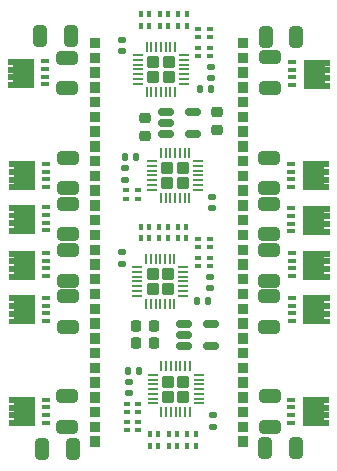
<source format=gbr>
%TF.GenerationSoftware,KiCad,Pcbnew,7.0.2*%
%TF.CreationDate,2023-05-24T20:20:14+03:00*%
%TF.ProjectId,Slimmeri_GD32,536c696d-6d65-4726-995f-474433322e6b,rev?*%
%TF.SameCoordinates,Original*%
%TF.FileFunction,Paste,Top*%
%TF.FilePolarity,Positive*%
%FSLAX46Y46*%
G04 Gerber Fmt 4.6, Leading zero omitted, Abs format (unit mm)*
G04 Created by KiCad (PCBNEW 7.0.2) date 2023-05-24 20:20:14*
%MOMM*%
%LPD*%
G01*
G04 APERTURE LIST*
G04 Aperture macros list*
%AMRoundRect*
0 Rectangle with rounded corners*
0 $1 Rounding radius*
0 $2 $3 $4 $5 $6 $7 $8 $9 X,Y pos of 4 corners*
0 Add a 4 corners polygon primitive as box body*
4,1,4,$2,$3,$4,$5,$6,$7,$8,$9,$2,$3,0*
0 Add four circle primitives for the rounded corners*
1,1,$1+$1,$2,$3*
1,1,$1+$1,$4,$5*
1,1,$1+$1,$6,$7*
1,1,$1+$1,$8,$9*
0 Add four rect primitives between the rounded corners*
20,1,$1+$1,$2,$3,$4,$5,0*
20,1,$1+$1,$4,$5,$6,$7,0*
20,1,$1+$1,$6,$7,$8,$9,0*
20,1,$1+$1,$8,$9,$2,$3,0*%
G04 Aperture macros list end*
%ADD10C,0.010000*%
%ADD11C,0.120000*%
%ADD12R,0.400000X0.500000*%
%ADD13R,0.700000X0.420000*%
%ADD14RoundRect,0.250000X-0.650000X0.325000X-0.650000X-0.325000X0.650000X-0.325000X0.650000X0.325000X0*%
%ADD15R,0.500000X0.400000*%
%ADD16RoundRect,0.225000X0.225000X0.250000X-0.225000X0.250000X-0.225000X-0.250000X0.225000X-0.250000X0*%
%ADD17RoundRect,0.140000X0.170000X-0.140000X0.170000X0.140000X-0.170000X0.140000X-0.170000X-0.140000X0*%
%ADD18RoundRect,0.250000X0.650000X-0.325000X0.650000X0.325000X-0.650000X0.325000X-0.650000X-0.325000X0*%
%ADD19RoundRect,0.140000X-0.170000X0.140000X-0.170000X-0.140000X0.170000X-0.140000X0.170000X0.140000X0*%
%ADD20RoundRect,0.050000X-0.050000X-0.387500X0.050000X-0.387500X0.050000X0.387500X-0.050000X0.387500X0*%
%ADD21RoundRect,0.050000X-0.387500X-0.050000X0.387500X-0.050000X0.387500X0.050000X-0.387500X0.050000X0*%
%ADD22RoundRect,0.250000X-0.275000X-0.275000X0.275000X-0.275000X0.275000X0.275000X-0.275000X0.275000X0*%
%ADD23RoundRect,0.250000X0.325000X0.650000X-0.325000X0.650000X-0.325000X-0.650000X0.325000X-0.650000X0*%
%ADD24RoundRect,0.140000X-0.140000X-0.170000X0.140000X-0.170000X0.140000X0.170000X-0.140000X0.170000X0*%
%ADD25RoundRect,0.250000X-0.325000X-0.650000X0.325000X-0.650000X0.325000X0.650000X-0.325000X0.650000X0*%
%ADD26RoundRect,0.150000X-0.512500X-0.150000X0.512500X-0.150000X0.512500X0.150000X-0.512500X0.150000X0*%
%ADD27RoundRect,0.050000X0.050000X0.387500X-0.050000X0.387500X-0.050000X-0.387500X0.050000X-0.387500X0*%
%ADD28RoundRect,0.050000X0.387500X0.050000X-0.387500X0.050000X-0.387500X-0.050000X0.387500X-0.050000X0*%
%ADD29RoundRect,0.250000X0.275000X0.275000X-0.275000X0.275000X-0.275000X-0.275000X0.275000X-0.275000X0*%
%ADD30RoundRect,0.140000X0.140000X0.170000X-0.140000X0.170000X-0.140000X-0.170000X0.140000X-0.170000X0*%
%ADD31RoundRect,0.225000X-0.250000X0.225000X-0.250000X-0.225000X0.250000X-0.225000X0.250000X0.225000X0*%
G04 APERTURE END LIST*
%TO.C,Q14*%
D10*
X149050000Y-72335000D02*
X148600000Y-72335000D01*
X148600000Y-72565000D01*
X149050000Y-72565000D01*
X149050000Y-72985000D01*
X148600000Y-72985000D01*
X148600000Y-73215000D01*
X149050000Y-73215000D01*
X149050000Y-73635000D01*
X148600000Y-73635000D01*
X148600000Y-73865000D01*
X149050000Y-73865000D01*
X149050000Y-74285000D01*
X146900000Y-74285000D01*
X146900000Y-71915000D01*
X149050000Y-71915000D01*
X149050000Y-72335000D01*
G36*
X149050000Y-72335000D02*
G01*
X148600000Y-72335000D01*
X148600000Y-72565000D01*
X149050000Y-72565000D01*
X149050000Y-72985000D01*
X148600000Y-72985000D01*
X148600000Y-73215000D01*
X149050000Y-73215000D01*
X149050000Y-73635000D01*
X148600000Y-73635000D01*
X148600000Y-73865000D01*
X149050000Y-73865000D01*
X149050000Y-74285000D01*
X146900000Y-74285000D01*
X146900000Y-71915000D01*
X149050000Y-71915000D01*
X149050000Y-72335000D01*
G37*
%TO.C,Q10*%
X124112500Y-70535000D02*
X121962500Y-70535000D01*
X121962500Y-70115000D01*
X122412500Y-70115000D01*
X122412500Y-69885000D01*
X121962500Y-69885000D01*
X121962500Y-69465000D01*
X122412500Y-69465000D01*
X122412500Y-69235000D01*
X121962500Y-69235000D01*
X121962500Y-68815000D01*
X122412500Y-68815000D01*
X122412500Y-68585000D01*
X121962500Y-68585000D01*
X121962500Y-68165000D01*
X124112500Y-68165000D01*
X124112500Y-70535000D01*
G36*
X124112500Y-70535000D02*
G01*
X121962500Y-70535000D01*
X121962500Y-70115000D01*
X122412500Y-70115000D01*
X122412500Y-69885000D01*
X121962500Y-69885000D01*
X121962500Y-69465000D01*
X122412500Y-69465000D01*
X122412500Y-69235000D01*
X121962500Y-69235000D01*
X121962500Y-68815000D01*
X122412500Y-68815000D01*
X122412500Y-68585000D01*
X121962500Y-68585000D01*
X121962500Y-68165000D01*
X124112500Y-68165000D01*
X124112500Y-70535000D01*
G37*
%TO.C,Q18*%
X149075000Y-59960000D02*
X148625000Y-59960000D01*
X148625000Y-60190000D01*
X149075000Y-60190000D01*
X149075000Y-60610000D01*
X148625000Y-60610000D01*
X148625000Y-60840000D01*
X149075000Y-60840000D01*
X149075000Y-61260000D01*
X148625000Y-61260000D01*
X148625000Y-61490000D01*
X149075000Y-61490000D01*
X149075000Y-61910000D01*
X146925000Y-61910000D01*
X146925000Y-59540000D01*
X149075000Y-59540000D01*
X149075000Y-59960000D01*
G36*
X149075000Y-59960000D02*
G01*
X148625000Y-59960000D01*
X148625000Y-60190000D01*
X149075000Y-60190000D01*
X149075000Y-60610000D01*
X148625000Y-60610000D01*
X148625000Y-60840000D01*
X149075000Y-60840000D01*
X149075000Y-61260000D01*
X148625000Y-61260000D01*
X148625000Y-61490000D01*
X149075000Y-61490000D01*
X149075000Y-61910000D01*
X146925000Y-61910000D01*
X146925000Y-59540000D01*
X149075000Y-59540000D01*
X149075000Y-59960000D01*
G37*
%TO.C,Q22*%
X149062500Y-79935000D02*
X148612500Y-79935000D01*
X148612500Y-80165000D01*
X149062500Y-80165000D01*
X149062500Y-80585000D01*
X148612500Y-80585000D01*
X148612500Y-80815000D01*
X149062500Y-80815000D01*
X149062500Y-81235000D01*
X148612500Y-81235000D01*
X148612500Y-81465000D01*
X149062500Y-81465000D01*
X149062500Y-81885000D01*
X146912500Y-81885000D01*
X146912500Y-79515000D01*
X149062500Y-79515000D01*
X149062500Y-79935000D01*
G36*
X149062500Y-79935000D02*
G01*
X148612500Y-79935000D01*
X148612500Y-80165000D01*
X149062500Y-80165000D01*
X149062500Y-80585000D01*
X148612500Y-80585000D01*
X148612500Y-80815000D01*
X149062500Y-80815000D01*
X149062500Y-81235000D01*
X148612500Y-81235000D01*
X148612500Y-81465000D01*
X149062500Y-81465000D01*
X149062500Y-81885000D01*
X146912500Y-81885000D01*
X146912500Y-79515000D01*
X149062500Y-79515000D01*
X149062500Y-79935000D01*
G37*
D11*
%TO.C,TP11*%
X128850000Y-57700000D02*
X129650000Y-57700000D01*
X129650000Y-57700000D02*
X129650000Y-58500000D01*
X129650000Y-58500000D02*
X128850000Y-58500000D01*
X128850000Y-58500000D02*
X128850000Y-57700000D01*
G36*
X128850000Y-57700000D02*
G01*
X129650000Y-57700000D01*
X129650000Y-58500000D01*
X128850000Y-58500000D01*
X128850000Y-57700000D01*
G37*
X128850000Y-58950000D02*
X129650000Y-58950000D01*
X129650000Y-58950000D02*
X129650000Y-59750000D01*
X129650000Y-59750000D02*
X128850000Y-59750000D01*
X128850000Y-59750000D02*
X128850000Y-58950000D01*
G36*
X128850000Y-58950000D02*
G01*
X129650000Y-58950000D01*
X129650000Y-59750000D01*
X128850000Y-59750000D01*
X128850000Y-58950000D01*
G37*
X128850000Y-60200000D02*
X129650000Y-60200000D01*
X129650000Y-60200000D02*
X129650000Y-61000000D01*
X129650000Y-61000000D02*
X128850000Y-61000000D01*
X128850000Y-61000000D02*
X128850000Y-60200000D01*
G36*
X128850000Y-60200000D02*
G01*
X129650000Y-60200000D01*
X129650000Y-61000000D01*
X128850000Y-61000000D01*
X128850000Y-60200000D01*
G37*
X128850000Y-61450000D02*
X129650000Y-61450000D01*
X129650000Y-61450000D02*
X129650000Y-62250000D01*
X129650000Y-62250000D02*
X128850000Y-62250000D01*
X128850000Y-62250000D02*
X128850000Y-61450000D01*
G36*
X128850000Y-61450000D02*
G01*
X129650000Y-61450000D01*
X129650000Y-62250000D01*
X128850000Y-62250000D01*
X128850000Y-61450000D01*
G37*
X128850000Y-62700000D02*
X129650000Y-62700000D01*
X129650000Y-62700000D02*
X129650000Y-63500000D01*
X129650000Y-63500000D02*
X128850000Y-63500000D01*
X128850000Y-63500000D02*
X128850000Y-62700000D01*
G36*
X128850000Y-62700000D02*
G01*
X129650000Y-62700000D01*
X129650000Y-63500000D01*
X128850000Y-63500000D01*
X128850000Y-62700000D01*
G37*
X128850000Y-63950000D02*
X129650000Y-63950000D01*
X129650000Y-63950000D02*
X129650000Y-64750000D01*
X129650000Y-64750000D02*
X128850000Y-64750000D01*
X128850000Y-64750000D02*
X128850000Y-63950000D01*
G36*
X128850000Y-63950000D02*
G01*
X129650000Y-63950000D01*
X129650000Y-64750000D01*
X128850000Y-64750000D01*
X128850000Y-63950000D01*
G37*
X128850000Y-65200000D02*
X129650000Y-65200000D01*
X129650000Y-65200000D02*
X129650000Y-66000000D01*
X129650000Y-66000000D02*
X128850000Y-66000000D01*
X128850000Y-66000000D02*
X128850000Y-65200000D01*
G36*
X128850000Y-65200000D02*
G01*
X129650000Y-65200000D01*
X129650000Y-66000000D01*
X128850000Y-66000000D01*
X128850000Y-65200000D01*
G37*
X128850000Y-66450000D02*
X129650000Y-66450000D01*
X129650000Y-66450000D02*
X129650000Y-67250000D01*
X129650000Y-67250000D02*
X128850000Y-67250000D01*
X128850000Y-67250000D02*
X128850000Y-66450000D01*
G36*
X128850000Y-66450000D02*
G01*
X129650000Y-66450000D01*
X129650000Y-67250000D01*
X128850000Y-67250000D01*
X128850000Y-66450000D01*
G37*
X128850000Y-67700000D02*
X129650000Y-67700000D01*
X129650000Y-67700000D02*
X129650000Y-68500000D01*
X129650000Y-68500000D02*
X128850000Y-68500000D01*
X128850000Y-68500000D02*
X128850000Y-67700000D01*
G36*
X128850000Y-67700000D02*
G01*
X129650000Y-67700000D01*
X129650000Y-68500000D01*
X128850000Y-68500000D01*
X128850000Y-67700000D01*
G37*
X128850000Y-68950000D02*
X129650000Y-68950000D01*
X129650000Y-68950000D02*
X129650000Y-69750000D01*
X129650000Y-69750000D02*
X128850000Y-69750000D01*
X128850000Y-69750000D02*
X128850000Y-68950000D01*
G36*
X128850000Y-68950000D02*
G01*
X129650000Y-68950000D01*
X129650000Y-69750000D01*
X128850000Y-69750000D01*
X128850000Y-68950000D01*
G37*
X128850000Y-70200000D02*
X129650000Y-70200000D01*
X129650000Y-70200000D02*
X129650000Y-71000000D01*
X129650000Y-71000000D02*
X128850000Y-71000000D01*
X128850000Y-71000000D02*
X128850000Y-70200000D01*
G36*
X128850000Y-70200000D02*
G01*
X129650000Y-70200000D01*
X129650000Y-71000000D01*
X128850000Y-71000000D01*
X128850000Y-70200000D01*
G37*
X128850000Y-71450000D02*
X129650000Y-71450000D01*
X129650000Y-71450000D02*
X129650000Y-72250000D01*
X129650000Y-72250000D02*
X128850000Y-72250000D01*
X128850000Y-72250000D02*
X128850000Y-71450000D01*
G36*
X128850000Y-71450000D02*
G01*
X129650000Y-71450000D01*
X129650000Y-72250000D01*
X128850000Y-72250000D01*
X128850000Y-71450000D01*
G37*
X128850000Y-72700000D02*
X129650000Y-72700000D01*
X129650000Y-72700000D02*
X129650000Y-73500000D01*
X129650000Y-73500000D02*
X128850000Y-73500000D01*
X128850000Y-73500000D02*
X128850000Y-72700000D01*
G36*
X128850000Y-72700000D02*
G01*
X129650000Y-72700000D01*
X129650000Y-73500000D01*
X128850000Y-73500000D01*
X128850000Y-72700000D01*
G37*
X128850000Y-73950000D02*
X129650000Y-73950000D01*
X129650000Y-73950000D02*
X129650000Y-74750000D01*
X129650000Y-74750000D02*
X128850000Y-74750000D01*
X128850000Y-74750000D02*
X128850000Y-73950000D01*
G36*
X128850000Y-73950000D02*
G01*
X129650000Y-73950000D01*
X129650000Y-74750000D01*
X128850000Y-74750000D01*
X128850000Y-73950000D01*
G37*
X128850000Y-75200000D02*
X129650000Y-75200000D01*
X129650000Y-75200000D02*
X129650000Y-76000000D01*
X129650000Y-76000000D02*
X128850000Y-76000000D01*
X128850000Y-76000000D02*
X128850000Y-75200000D01*
G36*
X128850000Y-75200000D02*
G01*
X129650000Y-75200000D01*
X129650000Y-76000000D01*
X128850000Y-76000000D01*
X128850000Y-75200000D01*
G37*
X128850000Y-76450000D02*
X129650000Y-76450000D01*
X129650000Y-76450000D02*
X129650000Y-77250000D01*
X129650000Y-77250000D02*
X128850000Y-77250000D01*
X128850000Y-77250000D02*
X128850000Y-76450000D01*
G36*
X128850000Y-76450000D02*
G01*
X129650000Y-76450000D01*
X129650000Y-77250000D01*
X128850000Y-77250000D01*
X128850000Y-76450000D01*
G37*
X128850000Y-77700000D02*
X129650000Y-77700000D01*
X129650000Y-77700000D02*
X129650000Y-78500000D01*
X129650000Y-78500000D02*
X128850000Y-78500000D01*
X128850000Y-78500000D02*
X128850000Y-77700000D01*
G36*
X128850000Y-77700000D02*
G01*
X129650000Y-77700000D01*
X129650000Y-78500000D01*
X128850000Y-78500000D01*
X128850000Y-77700000D01*
G37*
X128850000Y-78950000D02*
X129650000Y-78950000D01*
X129650000Y-78950000D02*
X129650000Y-79750000D01*
X129650000Y-79750000D02*
X128850000Y-79750000D01*
X128850000Y-79750000D02*
X128850000Y-78950000D01*
G36*
X128850000Y-78950000D02*
G01*
X129650000Y-78950000D01*
X129650000Y-79750000D01*
X128850000Y-79750000D01*
X128850000Y-78950000D01*
G37*
X128850000Y-80200000D02*
X129650000Y-80200000D01*
X129650000Y-80200000D02*
X129650000Y-81000000D01*
X129650000Y-81000000D02*
X128850000Y-81000000D01*
X128850000Y-81000000D02*
X128850000Y-80200000D01*
G36*
X128850000Y-80200000D02*
G01*
X129650000Y-80200000D01*
X129650000Y-81000000D01*
X128850000Y-81000000D01*
X128850000Y-80200000D01*
G37*
X128850000Y-81450000D02*
X129650000Y-81450000D01*
X129650000Y-81450000D02*
X129650000Y-82250000D01*
X129650000Y-82250000D02*
X128850000Y-82250000D01*
X128850000Y-82250000D02*
X128850000Y-81450000D01*
G36*
X128850000Y-81450000D02*
G01*
X129650000Y-81450000D01*
X129650000Y-82250000D01*
X128850000Y-82250000D01*
X128850000Y-81450000D01*
G37*
X128850000Y-82700000D02*
X129650000Y-82700000D01*
X129650000Y-82700000D02*
X129650000Y-83500000D01*
X129650000Y-83500000D02*
X128850000Y-83500000D01*
X128850000Y-83500000D02*
X128850000Y-82700000D01*
G36*
X128850000Y-82700000D02*
G01*
X129650000Y-82700000D01*
X129650000Y-83500000D01*
X128850000Y-83500000D01*
X128850000Y-82700000D01*
G37*
X128850000Y-83950000D02*
X129650000Y-83950000D01*
X129650000Y-83950000D02*
X129650000Y-84750000D01*
X129650000Y-84750000D02*
X128850000Y-84750000D01*
X128850000Y-84750000D02*
X128850000Y-83950000D01*
G36*
X128850000Y-83950000D02*
G01*
X129650000Y-83950000D01*
X129650000Y-84750000D01*
X128850000Y-84750000D01*
X128850000Y-83950000D01*
G37*
X128850000Y-85200000D02*
X129650000Y-85200000D01*
X129650000Y-85200000D02*
X129650000Y-86000000D01*
X129650000Y-86000000D02*
X128850000Y-86000000D01*
X128850000Y-86000000D02*
X128850000Y-85200000D01*
G36*
X128850000Y-85200000D02*
G01*
X129650000Y-85200000D01*
X129650000Y-86000000D01*
X128850000Y-86000000D01*
X128850000Y-85200000D01*
G37*
X128850000Y-86450000D02*
X129650000Y-86450000D01*
X129650000Y-86450000D02*
X129650000Y-87250000D01*
X129650000Y-87250000D02*
X128850000Y-87250000D01*
X128850000Y-87250000D02*
X128850000Y-86450000D01*
G36*
X128850000Y-86450000D02*
G01*
X129650000Y-86450000D01*
X129650000Y-87250000D01*
X128850000Y-87250000D01*
X128850000Y-86450000D01*
G37*
X128850000Y-87700000D02*
X129650000Y-87700000D01*
X129650000Y-87700000D02*
X129650000Y-88500000D01*
X129650000Y-88500000D02*
X128850000Y-88500000D01*
X128850000Y-88500000D02*
X128850000Y-87700000D01*
G36*
X128850000Y-87700000D02*
G01*
X129650000Y-87700000D01*
X129650000Y-88500000D01*
X128850000Y-88500000D01*
X128850000Y-87700000D01*
G37*
X128850000Y-88950000D02*
X129650000Y-88950000D01*
X129650000Y-88950000D02*
X129650000Y-89750000D01*
X129650000Y-89750000D02*
X128850000Y-89750000D01*
X128850000Y-89750000D02*
X128850000Y-88950000D01*
G36*
X128850000Y-88950000D02*
G01*
X129650000Y-88950000D01*
X129650000Y-89750000D01*
X128850000Y-89750000D01*
X128850000Y-88950000D01*
G37*
X128850000Y-90200000D02*
X129650000Y-90200000D01*
X129650000Y-90200000D02*
X129650000Y-91000000D01*
X129650000Y-91000000D02*
X128850000Y-91000000D01*
X128850000Y-91000000D02*
X128850000Y-90200000D01*
G36*
X128850000Y-90200000D02*
G01*
X129650000Y-90200000D01*
X129650000Y-91000000D01*
X128850000Y-91000000D01*
X128850000Y-90200000D01*
G37*
X128850000Y-91450000D02*
X129650000Y-91450000D01*
X129650000Y-91450000D02*
X129650000Y-92250000D01*
X129650000Y-92250000D02*
X128850000Y-92250000D01*
X128850000Y-92250000D02*
X128850000Y-91450000D01*
G36*
X128850000Y-91450000D02*
G01*
X129650000Y-91450000D01*
X129650000Y-92250000D01*
X128850000Y-92250000D01*
X128850000Y-91450000D01*
G37*
%TO.C,Q24*%
D10*
X149062500Y-76135000D02*
X148612500Y-76135000D01*
X148612500Y-76365000D01*
X149062500Y-76365000D01*
X149062500Y-76785000D01*
X148612500Y-76785000D01*
X148612500Y-77015000D01*
X149062500Y-77015000D01*
X149062500Y-77435000D01*
X148612500Y-77435000D01*
X148612500Y-77665000D01*
X149062500Y-77665000D01*
X149062500Y-78085000D01*
X146912500Y-78085000D01*
X146912500Y-75715000D01*
X149062500Y-75715000D01*
X149062500Y-76135000D01*
G36*
X149062500Y-76135000D02*
G01*
X148612500Y-76135000D01*
X148612500Y-76365000D01*
X149062500Y-76365000D01*
X149062500Y-76785000D01*
X148612500Y-76785000D01*
X148612500Y-77015000D01*
X149062500Y-77015000D01*
X149062500Y-77435000D01*
X148612500Y-77435000D01*
X148612500Y-77665000D01*
X149062500Y-77665000D01*
X149062500Y-78085000D01*
X146912500Y-78085000D01*
X146912500Y-75715000D01*
X149062500Y-75715000D01*
X149062500Y-76135000D01*
G37*
%TO.C,Q16*%
X149025000Y-68585000D02*
X148575000Y-68585000D01*
X148575000Y-68815000D01*
X149025000Y-68815000D01*
X149025000Y-69235000D01*
X148575000Y-69235000D01*
X148575000Y-69465000D01*
X149025000Y-69465000D01*
X149025000Y-69885000D01*
X148575000Y-69885000D01*
X148575000Y-70115000D01*
X149025000Y-70115000D01*
X149025000Y-70535000D01*
X146875000Y-70535000D01*
X146875000Y-68165000D01*
X149025000Y-68165000D01*
X149025000Y-68585000D01*
G36*
X149025000Y-68585000D02*
G01*
X148575000Y-68585000D01*
X148575000Y-68815000D01*
X149025000Y-68815000D01*
X149025000Y-69235000D01*
X148575000Y-69235000D01*
X148575000Y-69465000D01*
X149025000Y-69465000D01*
X149025000Y-69885000D01*
X148575000Y-69885000D01*
X148575000Y-70115000D01*
X149025000Y-70115000D01*
X149025000Y-70535000D01*
X146875000Y-70535000D01*
X146875000Y-68165000D01*
X149025000Y-68165000D01*
X149025000Y-68585000D01*
G37*
%TO.C,Q20*%
X149037500Y-88535000D02*
X148587500Y-88535000D01*
X148587500Y-88765000D01*
X149037500Y-88765000D01*
X149037500Y-89185000D01*
X148587500Y-89185000D01*
X148587500Y-89415000D01*
X149037500Y-89415000D01*
X149037500Y-89835000D01*
X148587500Y-89835000D01*
X148587500Y-90065000D01*
X149037500Y-90065000D01*
X149037500Y-90485000D01*
X146887500Y-90485000D01*
X146887500Y-88115000D01*
X149037500Y-88115000D01*
X149037500Y-88535000D01*
G36*
X149037500Y-88535000D02*
G01*
X148587500Y-88535000D01*
X148587500Y-88765000D01*
X149037500Y-88765000D01*
X149037500Y-89185000D01*
X148587500Y-89185000D01*
X148587500Y-89415000D01*
X149037500Y-89415000D01*
X149037500Y-89835000D01*
X148587500Y-89835000D01*
X148587500Y-90065000D01*
X149037500Y-90065000D01*
X149037500Y-90485000D01*
X146887500Y-90485000D01*
X146887500Y-88115000D01*
X149037500Y-88115000D01*
X149037500Y-88535000D01*
G37*
%TO.C,Q4*%
X124100000Y-81885000D02*
X121950000Y-81885000D01*
X121950000Y-81465000D01*
X122400000Y-81465000D01*
X122400000Y-81235000D01*
X121950000Y-81235000D01*
X121950000Y-80815000D01*
X122400000Y-80815000D01*
X122400000Y-80585000D01*
X121950000Y-80585000D01*
X121950000Y-80165000D01*
X122400000Y-80165000D01*
X122400000Y-79935000D01*
X121950000Y-79935000D01*
X121950000Y-79515000D01*
X124100000Y-79515000D01*
X124100000Y-81885000D01*
G36*
X124100000Y-81885000D02*
G01*
X121950000Y-81885000D01*
X121950000Y-81465000D01*
X122400000Y-81465000D01*
X122400000Y-81235000D01*
X121950000Y-81235000D01*
X121950000Y-80815000D01*
X122400000Y-80815000D01*
X122400000Y-80585000D01*
X121950000Y-80585000D01*
X121950000Y-80165000D01*
X122400000Y-80165000D01*
X122400000Y-79935000D01*
X121950000Y-79935000D01*
X121950000Y-79515000D01*
X124100000Y-79515000D01*
X124100000Y-81885000D01*
G37*
D11*
%TO.C,TP12*%
X141350000Y-91450000D02*
X142150000Y-91450000D01*
X142150000Y-91450000D02*
X142150000Y-92250000D01*
X142150000Y-92250000D02*
X141350000Y-92250000D01*
X141350000Y-92250000D02*
X141350000Y-91450000D01*
G36*
X141350000Y-91450000D02*
G01*
X142150000Y-91450000D01*
X142150000Y-92250000D01*
X141350000Y-92250000D01*
X141350000Y-91450000D01*
G37*
X141350000Y-90200000D02*
X142150000Y-90200000D01*
X142150000Y-90200000D02*
X142150000Y-91000000D01*
X142150000Y-91000000D02*
X141350000Y-91000000D01*
X141350000Y-91000000D02*
X141350000Y-90200000D01*
G36*
X141350000Y-90200000D02*
G01*
X142150000Y-90200000D01*
X142150000Y-91000000D01*
X141350000Y-91000000D01*
X141350000Y-90200000D01*
G37*
X141350000Y-88950000D02*
X142150000Y-88950000D01*
X142150000Y-88950000D02*
X142150000Y-89750000D01*
X142150000Y-89750000D02*
X141350000Y-89750000D01*
X141350000Y-89750000D02*
X141350000Y-88950000D01*
G36*
X141350000Y-88950000D02*
G01*
X142150000Y-88950000D01*
X142150000Y-89750000D01*
X141350000Y-89750000D01*
X141350000Y-88950000D01*
G37*
X141350000Y-87700000D02*
X142150000Y-87700000D01*
X142150000Y-87700000D02*
X142150000Y-88500000D01*
X142150000Y-88500000D02*
X141350000Y-88500000D01*
X141350000Y-88500000D02*
X141350000Y-87700000D01*
G36*
X141350000Y-87700000D02*
G01*
X142150000Y-87700000D01*
X142150000Y-88500000D01*
X141350000Y-88500000D01*
X141350000Y-87700000D01*
G37*
X141350000Y-86450000D02*
X142150000Y-86450000D01*
X142150000Y-86450000D02*
X142150000Y-87250000D01*
X142150000Y-87250000D02*
X141350000Y-87250000D01*
X141350000Y-87250000D02*
X141350000Y-86450000D01*
G36*
X141350000Y-86450000D02*
G01*
X142150000Y-86450000D01*
X142150000Y-87250000D01*
X141350000Y-87250000D01*
X141350000Y-86450000D01*
G37*
X141350000Y-85200000D02*
X142150000Y-85200000D01*
X142150000Y-85200000D02*
X142150000Y-86000000D01*
X142150000Y-86000000D02*
X141350000Y-86000000D01*
X141350000Y-86000000D02*
X141350000Y-85200000D01*
G36*
X141350000Y-85200000D02*
G01*
X142150000Y-85200000D01*
X142150000Y-86000000D01*
X141350000Y-86000000D01*
X141350000Y-85200000D01*
G37*
X141350000Y-83950000D02*
X142150000Y-83950000D01*
X142150000Y-83950000D02*
X142150000Y-84750000D01*
X142150000Y-84750000D02*
X141350000Y-84750000D01*
X141350000Y-84750000D02*
X141350000Y-83950000D01*
G36*
X141350000Y-83950000D02*
G01*
X142150000Y-83950000D01*
X142150000Y-84750000D01*
X141350000Y-84750000D01*
X141350000Y-83950000D01*
G37*
X141350000Y-82700000D02*
X142150000Y-82700000D01*
X142150000Y-82700000D02*
X142150000Y-83500000D01*
X142150000Y-83500000D02*
X141350000Y-83500000D01*
X141350000Y-83500000D02*
X141350000Y-82700000D01*
G36*
X141350000Y-82700000D02*
G01*
X142150000Y-82700000D01*
X142150000Y-83500000D01*
X141350000Y-83500000D01*
X141350000Y-82700000D01*
G37*
X141350000Y-81450000D02*
X142150000Y-81450000D01*
X142150000Y-81450000D02*
X142150000Y-82250000D01*
X142150000Y-82250000D02*
X141350000Y-82250000D01*
X141350000Y-82250000D02*
X141350000Y-81450000D01*
G36*
X141350000Y-81450000D02*
G01*
X142150000Y-81450000D01*
X142150000Y-82250000D01*
X141350000Y-82250000D01*
X141350000Y-81450000D01*
G37*
X141350000Y-80200000D02*
X142150000Y-80200000D01*
X142150000Y-80200000D02*
X142150000Y-81000000D01*
X142150000Y-81000000D02*
X141350000Y-81000000D01*
X141350000Y-81000000D02*
X141350000Y-80200000D01*
G36*
X141350000Y-80200000D02*
G01*
X142150000Y-80200000D01*
X142150000Y-81000000D01*
X141350000Y-81000000D01*
X141350000Y-80200000D01*
G37*
X141350000Y-78950000D02*
X142150000Y-78950000D01*
X142150000Y-78950000D02*
X142150000Y-79750000D01*
X142150000Y-79750000D02*
X141350000Y-79750000D01*
X141350000Y-79750000D02*
X141350000Y-78950000D01*
G36*
X141350000Y-78950000D02*
G01*
X142150000Y-78950000D01*
X142150000Y-79750000D01*
X141350000Y-79750000D01*
X141350000Y-78950000D01*
G37*
X141350000Y-77700000D02*
X142150000Y-77700000D01*
X142150000Y-77700000D02*
X142150000Y-78500000D01*
X142150000Y-78500000D02*
X141350000Y-78500000D01*
X141350000Y-78500000D02*
X141350000Y-77700000D01*
G36*
X141350000Y-77700000D02*
G01*
X142150000Y-77700000D01*
X142150000Y-78500000D01*
X141350000Y-78500000D01*
X141350000Y-77700000D01*
G37*
X141350000Y-76450000D02*
X142150000Y-76450000D01*
X142150000Y-76450000D02*
X142150000Y-77250000D01*
X142150000Y-77250000D02*
X141350000Y-77250000D01*
X141350000Y-77250000D02*
X141350000Y-76450000D01*
G36*
X141350000Y-76450000D02*
G01*
X142150000Y-76450000D01*
X142150000Y-77250000D01*
X141350000Y-77250000D01*
X141350000Y-76450000D01*
G37*
X141350000Y-75200000D02*
X142150000Y-75200000D01*
X142150000Y-75200000D02*
X142150000Y-76000000D01*
X142150000Y-76000000D02*
X141350000Y-76000000D01*
X141350000Y-76000000D02*
X141350000Y-75200000D01*
G36*
X141350000Y-75200000D02*
G01*
X142150000Y-75200000D01*
X142150000Y-76000000D01*
X141350000Y-76000000D01*
X141350000Y-75200000D01*
G37*
X141350000Y-73950000D02*
X142150000Y-73950000D01*
X142150000Y-73950000D02*
X142150000Y-74750000D01*
X142150000Y-74750000D02*
X141350000Y-74750000D01*
X141350000Y-74750000D02*
X141350000Y-73950000D01*
G36*
X141350000Y-73950000D02*
G01*
X142150000Y-73950000D01*
X142150000Y-74750000D01*
X141350000Y-74750000D01*
X141350000Y-73950000D01*
G37*
X141350000Y-72700000D02*
X142150000Y-72700000D01*
X142150000Y-72700000D02*
X142150000Y-73500000D01*
X142150000Y-73500000D02*
X141350000Y-73500000D01*
X141350000Y-73500000D02*
X141350000Y-72700000D01*
G36*
X141350000Y-72700000D02*
G01*
X142150000Y-72700000D01*
X142150000Y-73500000D01*
X141350000Y-73500000D01*
X141350000Y-72700000D01*
G37*
X141350000Y-71450000D02*
X142150000Y-71450000D01*
X142150000Y-71450000D02*
X142150000Y-72250000D01*
X142150000Y-72250000D02*
X141350000Y-72250000D01*
X141350000Y-72250000D02*
X141350000Y-71450000D01*
G36*
X141350000Y-71450000D02*
G01*
X142150000Y-71450000D01*
X142150000Y-72250000D01*
X141350000Y-72250000D01*
X141350000Y-71450000D01*
G37*
X141350000Y-70200000D02*
X142150000Y-70200000D01*
X142150000Y-70200000D02*
X142150000Y-71000000D01*
X142150000Y-71000000D02*
X141350000Y-71000000D01*
X141350000Y-71000000D02*
X141350000Y-70200000D01*
G36*
X141350000Y-70200000D02*
G01*
X142150000Y-70200000D01*
X142150000Y-71000000D01*
X141350000Y-71000000D01*
X141350000Y-70200000D01*
G37*
X141350000Y-68950000D02*
X142150000Y-68950000D01*
X142150000Y-68950000D02*
X142150000Y-69750000D01*
X142150000Y-69750000D02*
X141350000Y-69750000D01*
X141350000Y-69750000D02*
X141350000Y-68950000D01*
G36*
X141350000Y-68950000D02*
G01*
X142150000Y-68950000D01*
X142150000Y-69750000D01*
X141350000Y-69750000D01*
X141350000Y-68950000D01*
G37*
X141350000Y-67700000D02*
X142150000Y-67700000D01*
X142150000Y-67700000D02*
X142150000Y-68500000D01*
X142150000Y-68500000D02*
X141350000Y-68500000D01*
X141350000Y-68500000D02*
X141350000Y-67700000D01*
G36*
X141350000Y-67700000D02*
G01*
X142150000Y-67700000D01*
X142150000Y-68500000D01*
X141350000Y-68500000D01*
X141350000Y-67700000D01*
G37*
X141350000Y-66450000D02*
X142150000Y-66450000D01*
X142150000Y-66450000D02*
X142150000Y-67250000D01*
X142150000Y-67250000D02*
X141350000Y-67250000D01*
X141350000Y-67250000D02*
X141350000Y-66450000D01*
G36*
X141350000Y-66450000D02*
G01*
X142150000Y-66450000D01*
X142150000Y-67250000D01*
X141350000Y-67250000D01*
X141350000Y-66450000D01*
G37*
X141350000Y-65200000D02*
X142150000Y-65200000D01*
X142150000Y-65200000D02*
X142150000Y-66000000D01*
X142150000Y-66000000D02*
X141350000Y-66000000D01*
X141350000Y-66000000D02*
X141350000Y-65200000D01*
G36*
X141350000Y-65200000D02*
G01*
X142150000Y-65200000D01*
X142150000Y-66000000D01*
X141350000Y-66000000D01*
X141350000Y-65200000D01*
G37*
X141350000Y-63950000D02*
X142150000Y-63950000D01*
X142150000Y-63950000D02*
X142150000Y-64750000D01*
X142150000Y-64750000D02*
X141350000Y-64750000D01*
X141350000Y-64750000D02*
X141350000Y-63950000D01*
G36*
X141350000Y-63950000D02*
G01*
X142150000Y-63950000D01*
X142150000Y-64750000D01*
X141350000Y-64750000D01*
X141350000Y-63950000D01*
G37*
X141350000Y-62700000D02*
X142150000Y-62700000D01*
X142150000Y-62700000D02*
X142150000Y-63500000D01*
X142150000Y-63500000D02*
X141350000Y-63500000D01*
X141350000Y-63500000D02*
X141350000Y-62700000D01*
G36*
X141350000Y-62700000D02*
G01*
X142150000Y-62700000D01*
X142150000Y-63500000D01*
X141350000Y-63500000D01*
X141350000Y-62700000D01*
G37*
X141350000Y-61450000D02*
X142150000Y-61450000D01*
X142150000Y-61450000D02*
X142150000Y-62250000D01*
X142150000Y-62250000D02*
X141350000Y-62250000D01*
X141350000Y-62250000D02*
X141350000Y-61450000D01*
G36*
X141350000Y-61450000D02*
G01*
X142150000Y-61450000D01*
X142150000Y-62250000D01*
X141350000Y-62250000D01*
X141350000Y-61450000D01*
G37*
X141350000Y-60200000D02*
X142150000Y-60200000D01*
X142150000Y-60200000D02*
X142150000Y-61000000D01*
X142150000Y-61000000D02*
X141350000Y-61000000D01*
X141350000Y-61000000D02*
X141350000Y-60200000D01*
G36*
X141350000Y-60200000D02*
G01*
X142150000Y-60200000D01*
X142150000Y-61000000D01*
X141350000Y-61000000D01*
X141350000Y-60200000D01*
G37*
X141350000Y-58950000D02*
X142150000Y-58950000D01*
X142150000Y-58950000D02*
X142150000Y-59750000D01*
X142150000Y-59750000D02*
X141350000Y-59750000D01*
X141350000Y-59750000D02*
X141350000Y-58950000D01*
G36*
X141350000Y-58950000D02*
G01*
X142150000Y-58950000D01*
X142150000Y-59750000D01*
X141350000Y-59750000D01*
X141350000Y-58950000D01*
G37*
X141350000Y-57700000D02*
X142150000Y-57700000D01*
X142150000Y-57700000D02*
X142150000Y-58500000D01*
X142150000Y-58500000D02*
X141350000Y-58500000D01*
X141350000Y-58500000D02*
X141350000Y-57700000D01*
G36*
X141350000Y-57700000D02*
G01*
X142150000Y-57700000D01*
X142150000Y-58500000D01*
X141350000Y-58500000D01*
X141350000Y-57700000D01*
G37*
%TO.C,Q6*%
D10*
X124100000Y-90485000D02*
X121950000Y-90485000D01*
X121950000Y-90065000D01*
X122400000Y-90065000D01*
X122400000Y-89835000D01*
X121950000Y-89835000D01*
X121950000Y-89415000D01*
X122400000Y-89415000D01*
X122400000Y-89185000D01*
X121950000Y-89185000D01*
X121950000Y-88765000D01*
X122400000Y-88765000D01*
X122400000Y-88535000D01*
X121950000Y-88535000D01*
X121950000Y-88115000D01*
X124100000Y-88115000D01*
X124100000Y-90485000D01*
G36*
X124100000Y-90485000D02*
G01*
X121950000Y-90485000D01*
X121950000Y-90065000D01*
X122400000Y-90065000D01*
X122400000Y-89835000D01*
X121950000Y-89835000D01*
X121950000Y-89415000D01*
X122400000Y-89415000D01*
X122400000Y-89185000D01*
X121950000Y-89185000D01*
X121950000Y-88765000D01*
X122400000Y-88765000D01*
X122400000Y-88535000D01*
X121950000Y-88535000D01*
X121950000Y-88115000D01*
X124100000Y-88115000D01*
X124100000Y-90485000D01*
G37*
%TO.C,Q1*%
X124100000Y-78085000D02*
X121950000Y-78085000D01*
X121950000Y-77665000D01*
X122400000Y-77665000D01*
X122400000Y-77435000D01*
X121950000Y-77435000D01*
X121950000Y-77015000D01*
X122400000Y-77015000D01*
X122400000Y-76785000D01*
X121950000Y-76785000D01*
X121950000Y-76365000D01*
X122400000Y-76365000D01*
X122400000Y-76135000D01*
X121950000Y-76135000D01*
X121950000Y-75715000D01*
X124100000Y-75715000D01*
X124100000Y-78085000D01*
G36*
X124100000Y-78085000D02*
G01*
X121950000Y-78085000D01*
X121950000Y-77665000D01*
X122400000Y-77665000D01*
X122400000Y-77435000D01*
X121950000Y-77435000D01*
X121950000Y-77015000D01*
X122400000Y-77015000D01*
X122400000Y-76785000D01*
X121950000Y-76785000D01*
X121950000Y-76365000D01*
X122400000Y-76365000D01*
X122400000Y-76135000D01*
X121950000Y-76135000D01*
X121950000Y-75715000D01*
X124100000Y-75715000D01*
X124100000Y-78085000D01*
G37*
%TO.C,Q8*%
X124062500Y-61860000D02*
X121912500Y-61860000D01*
X121912500Y-61440000D01*
X122362500Y-61440000D01*
X122362500Y-61210000D01*
X121912500Y-61210000D01*
X121912500Y-60790000D01*
X122362500Y-60790000D01*
X122362500Y-60560000D01*
X121912500Y-60560000D01*
X121912500Y-60140000D01*
X122362500Y-60140000D01*
X122362500Y-59910000D01*
X121912500Y-59910000D01*
X121912500Y-59490000D01*
X124062500Y-59490000D01*
X124062500Y-61860000D01*
G36*
X124062500Y-61860000D02*
G01*
X121912500Y-61860000D01*
X121912500Y-61440000D01*
X122362500Y-61440000D01*
X122362500Y-61210000D01*
X121912500Y-61210000D01*
X121912500Y-60790000D01*
X122362500Y-60790000D01*
X122362500Y-60560000D01*
X121912500Y-60560000D01*
X121912500Y-60140000D01*
X122362500Y-60140000D01*
X122362500Y-59910000D01*
X121912500Y-59910000D01*
X121912500Y-59490000D01*
X124062500Y-59490000D01*
X124062500Y-61860000D01*
G37*
%TO.C,Q12*%
X124100000Y-74210000D02*
X121950000Y-74210000D01*
X121950000Y-73790000D01*
X122400000Y-73790000D01*
X122400000Y-73560000D01*
X121950000Y-73560000D01*
X121950000Y-73140000D01*
X122400000Y-73140000D01*
X122400000Y-72910000D01*
X121950000Y-72910000D01*
X121950000Y-72490000D01*
X122400000Y-72490000D01*
X122400000Y-72260000D01*
X121950000Y-72260000D01*
X121950000Y-71840000D01*
X124100000Y-71840000D01*
X124100000Y-74210000D01*
G36*
X124100000Y-74210000D02*
G01*
X121950000Y-74210000D01*
X121950000Y-73790000D01*
X122400000Y-73790000D01*
X122400000Y-73560000D01*
X121950000Y-73560000D01*
X121950000Y-73140000D01*
X122400000Y-73140000D01*
X122400000Y-72910000D01*
X121950000Y-72910000D01*
X121950000Y-72490000D01*
X122400000Y-72490000D01*
X122400000Y-72260000D01*
X121950000Y-72260000D01*
X121950000Y-71840000D01*
X124100000Y-71840000D01*
X124100000Y-74210000D01*
G37*
%TD*%
D12*
%TO.C,RN24*%
X136325000Y-55675000D03*
X137025000Y-55675000D03*
X137025000Y-56675000D03*
X136325000Y-56675000D03*
%TD*%
%TO.C,RN8*%
X136200000Y-92225000D03*
X135500000Y-92225000D03*
X135500000Y-91225000D03*
X136200000Y-91225000D03*
%TD*%
D13*
%TO.C,Q14*%
X145900000Y-74075000D03*
X145900000Y-73425000D03*
X145900000Y-72775000D03*
X145900000Y-72125000D03*
%TD*%
D14*
%TO.C,C63*%
X127025000Y-82150000D03*
X127025000Y-79550000D03*
%TD*%
D13*
%TO.C,Q10*%
X125112500Y-68375000D03*
X125112500Y-69025000D03*
X125112500Y-69675000D03*
X125112500Y-70325000D03*
%TD*%
D15*
%TO.C,RN14*%
X131875000Y-71325000D03*
X131875000Y-70625000D03*
X132875000Y-70625000D03*
X132875000Y-71325000D03*
%TD*%
D13*
%TO.C,Q18*%
X145925000Y-61700000D03*
X145925000Y-61050000D03*
X145925000Y-60400000D03*
X145925000Y-59750000D03*
%TD*%
D16*
%TO.C,C32*%
X132725000Y-83550000D03*
X134275000Y-83550000D03*
%TD*%
D17*
%TO.C,C15*%
X131550000Y-57857500D03*
X131550000Y-58817500D03*
%TD*%
D18*
%TO.C,C57*%
X127025000Y-70450000D03*
X127025000Y-67850000D03*
%TD*%
%TO.C,C64*%
X127025000Y-75650000D03*
X127025000Y-78250000D03*
%TD*%
D14*
%TO.C,C49*%
X143975000Y-74350000D03*
X143975000Y-71750000D03*
%TD*%
D19*
%TO.C,C16*%
X139050000Y-61130000D03*
X139050000Y-60170000D03*
%TD*%
D12*
%TO.C,RN28*%
X133149503Y-74675000D03*
X133849503Y-74675000D03*
X133849503Y-73675000D03*
X133149503Y-73675000D03*
%TD*%
D20*
%TO.C,U1*%
X134900000Y-85512500D03*
X135300000Y-85512500D03*
X135700000Y-85512500D03*
X136100000Y-85512500D03*
X136500000Y-85512500D03*
X136900000Y-85512500D03*
X137300000Y-85512500D03*
D21*
X138037500Y-86250000D03*
X138037500Y-86650000D03*
X138037500Y-87050000D03*
X138037500Y-87450000D03*
X138037500Y-87850000D03*
X138037500Y-88250000D03*
X138037500Y-88650000D03*
D20*
X137300000Y-89387500D03*
X136900000Y-89387500D03*
X136500000Y-89387500D03*
X136100000Y-89387500D03*
X135700000Y-89387500D03*
X135300000Y-89387500D03*
X134900000Y-89387500D03*
D21*
X134162500Y-88650000D03*
X134162500Y-88250000D03*
X134162500Y-87850000D03*
X134162500Y-87450000D03*
X134162500Y-87050000D03*
X134162500Y-86650000D03*
X134162500Y-86250000D03*
D22*
X136750000Y-88100000D03*
X136750000Y-86800000D03*
X135450000Y-88100000D03*
X135450000Y-86800000D03*
%TD*%
D19*
%TO.C,C5*%
X139175000Y-72130000D03*
X139175000Y-71170000D03*
%TD*%
%TO.C,C1*%
X139225000Y-90630000D03*
X139225000Y-89670000D03*
%TD*%
D17*
%TO.C,C4*%
X132125000Y-86845000D03*
X132125000Y-87805000D03*
%TD*%
D15*
%TO.C,RN4*%
X131950000Y-90912500D03*
X131950000Y-90212500D03*
X132950000Y-90212500D03*
X132950000Y-90912500D03*
%TD*%
D17*
%TO.C,C23*%
X131549503Y-76830000D03*
X131549503Y-75870000D03*
%TD*%
D23*
%TO.C,C52*%
X143700000Y-92450000D03*
X146300000Y-92450000D03*
%TD*%
D14*
%TO.C,C58*%
X127025000Y-71750000D03*
X127025000Y-74350000D03*
%TD*%
D16*
%TO.C,C30*%
X132725000Y-82075000D03*
X134275000Y-82075000D03*
%TD*%
D24*
%TO.C,C18*%
X139080000Y-62075000D03*
X138120000Y-62075000D03*
%TD*%
D13*
%TO.C,Q22*%
X145912500Y-81675000D03*
X145912500Y-81025000D03*
X145912500Y-80375000D03*
X145912500Y-79725000D03*
%TD*%
D15*
%TO.C,RN30*%
X138974503Y-76300000D03*
X138974503Y-77000000D03*
X137974503Y-77000000D03*
X137974503Y-76300000D03*
%TD*%
D23*
%TO.C,C68*%
X143725000Y-57600000D03*
X146325000Y-57600000D03*
%TD*%
D14*
%TO.C,C55*%
X144075000Y-90625000D03*
X144075000Y-88025000D03*
%TD*%
D13*
%TO.C,Q24*%
X145912500Y-77875000D03*
X145912500Y-77225000D03*
X145912500Y-76575000D03*
X145912500Y-75925000D03*
%TD*%
D25*
%TO.C,C51*%
X127375000Y-92525000D03*
X124775000Y-92525000D03*
%TD*%
D18*
%TO.C,C48*%
X143975000Y-67850000D03*
X143975000Y-70450000D03*
%TD*%
D13*
%TO.C,Q16*%
X145875000Y-70325000D03*
X145875000Y-69675000D03*
X145875000Y-69025000D03*
X145875000Y-68375000D03*
%TD*%
%TO.C,Q20*%
X145887500Y-90275000D03*
X145887500Y-89625000D03*
X145887500Y-88975000D03*
X145887500Y-88325000D03*
%TD*%
D14*
%TO.C,C50*%
X143975000Y-82150000D03*
X143975000Y-79550000D03*
%TD*%
D12*
%TO.C,RN32*%
X136299503Y-74675000D03*
X136999503Y-74675000D03*
X136999503Y-73675000D03*
X136299503Y-73675000D03*
%TD*%
D24*
%TO.C,C25*%
X138854503Y-79950000D03*
X137894503Y-79950000D03*
%TD*%
D15*
%TO.C,RN6*%
X131950000Y-89362500D03*
X131950000Y-88662500D03*
X132950000Y-88662500D03*
X132950000Y-89362500D03*
%TD*%
D12*
%TO.C,RN7*%
X137800000Y-92225000D03*
X137100000Y-92225000D03*
X137100000Y-91225000D03*
X137800000Y-91225000D03*
%TD*%
D25*
%TO.C,C40*%
X127250000Y-57550000D03*
X124650000Y-57550000D03*
%TD*%
D26*
%TO.C,U9*%
X139062500Y-81900000D03*
X139062500Y-83800000D03*
X136787500Y-83800000D03*
X136787500Y-82850000D03*
X136787500Y-81900000D03*
%TD*%
D13*
%TO.C,Q4*%
X125100000Y-79725000D03*
X125100000Y-80375000D03*
X125100000Y-81025000D03*
X125100000Y-81675000D03*
%TD*%
D12*
%TO.C,RN29*%
X134724503Y-74675000D03*
X135424503Y-74675000D03*
X135424503Y-73675000D03*
X134724503Y-73675000D03*
%TD*%
D18*
%TO.C,C71*%
X144050000Y-59350000D03*
X144050000Y-61950000D03*
%TD*%
D12*
%TO.C,RN5*%
X134600000Y-92225000D03*
X133900000Y-92225000D03*
X133900000Y-91225000D03*
X134600000Y-91225000D03*
%TD*%
D20*
%TO.C,U3*%
X134850000Y-67412500D03*
X135250000Y-67412500D03*
X135650000Y-67412500D03*
X136050000Y-67412500D03*
X136450000Y-67412500D03*
X136850000Y-67412500D03*
X137250000Y-67412500D03*
D21*
X137987500Y-68150000D03*
X137987500Y-68550000D03*
X137987500Y-68950000D03*
X137987500Y-69350000D03*
X137987500Y-69750000D03*
X137987500Y-70150000D03*
X137987500Y-70550000D03*
D20*
X137250000Y-71287500D03*
X136850000Y-71287500D03*
X136450000Y-71287500D03*
X136050000Y-71287500D03*
X135650000Y-71287500D03*
X135250000Y-71287500D03*
X134850000Y-71287500D03*
D21*
X134112500Y-70550000D03*
X134112500Y-70150000D03*
X134112500Y-69750000D03*
X134112500Y-69350000D03*
X134112500Y-68950000D03*
X134112500Y-68550000D03*
X134112500Y-68150000D03*
D22*
X136700000Y-70000000D03*
X136700000Y-68700000D03*
X135400000Y-70000000D03*
X135400000Y-68700000D03*
%TD*%
D27*
%TO.C,U5*%
X136050000Y-62312500D03*
X135650000Y-62312500D03*
X135250000Y-62312500D03*
X134850000Y-62312500D03*
X134450000Y-62312500D03*
X134050000Y-62312500D03*
X133650000Y-62312500D03*
D28*
X132912500Y-61575000D03*
X132912500Y-61175000D03*
X132912500Y-60775000D03*
X132912500Y-60375000D03*
X132912500Y-59975000D03*
X132912500Y-59575000D03*
X132912500Y-59175000D03*
D27*
X133650000Y-58437500D03*
X134050000Y-58437500D03*
X134450000Y-58437500D03*
X134850000Y-58437500D03*
X135250000Y-58437500D03*
X135650000Y-58437500D03*
X136050000Y-58437500D03*
D28*
X136787500Y-59175000D03*
X136787500Y-59575000D03*
X136787500Y-59975000D03*
X136787500Y-60375000D03*
X136787500Y-60775000D03*
X136787500Y-61175000D03*
X136787500Y-61575000D03*
D29*
X134200000Y-59725000D03*
X134200000Y-61025000D03*
X135500000Y-59725000D03*
X135500000Y-61025000D03*
%TD*%
D13*
%TO.C,Q6*%
X125100000Y-90275000D03*
X125100000Y-89625000D03*
X125100000Y-88975000D03*
X125100000Y-88325000D03*
%TD*%
D15*
%TO.C,RN31*%
X138974503Y-74725000D03*
X138974503Y-75425000D03*
X137974503Y-75425000D03*
X137974503Y-74725000D03*
%TD*%
D13*
%TO.C,Q1*%
X125100000Y-75925000D03*
X125100000Y-76575000D03*
X125100000Y-77225000D03*
X125100000Y-77875000D03*
%TD*%
D15*
%TO.C,RN22*%
X139000000Y-58525000D03*
X139000000Y-59225000D03*
X138000000Y-59225000D03*
X138000000Y-58525000D03*
%TD*%
D30*
%TO.C,C8*%
X131820000Y-67825000D03*
X132780000Y-67825000D03*
%TD*%
D12*
%TO.C,RN21*%
X134750000Y-55675000D03*
X135450000Y-55675000D03*
X135450000Y-56675000D03*
X134750000Y-56675000D03*
%TD*%
D30*
%TO.C,C13*%
X132070000Y-85950000D03*
X133030000Y-85950000D03*
%TD*%
D18*
%TO.C,C38*%
X126925000Y-59375000D03*
X126925000Y-61975000D03*
%TD*%
D13*
%TO.C,Q8*%
X125062500Y-61650000D03*
X125062500Y-61000000D03*
X125062500Y-60350000D03*
X125062500Y-59700000D03*
%TD*%
D14*
%TO.C,C53*%
X126900000Y-90625000D03*
X126900000Y-88025000D03*
%TD*%
D17*
%TO.C,C6*%
X131850000Y-68745000D03*
X131850000Y-69705000D03*
%TD*%
D13*
%TO.C,Q12*%
X125100000Y-72050000D03*
X125100000Y-72700000D03*
X125100000Y-73350000D03*
X125100000Y-74000000D03*
%TD*%
D12*
%TO.C,RN20*%
X133175000Y-55675000D03*
X133875000Y-55675000D03*
X133875000Y-56675000D03*
X133175000Y-56675000D03*
%TD*%
D15*
%TO.C,RN23*%
X139000000Y-56950000D03*
X139000000Y-57650000D03*
X138000000Y-57650000D03*
X138000000Y-56950000D03*
%TD*%
D19*
%TO.C,C22*%
X138974503Y-78905000D03*
X138974503Y-77945000D03*
%TD*%
D27*
%TO.C,U7*%
X136000000Y-80262500D03*
X135600000Y-80262500D03*
X135200000Y-80262500D03*
X134800000Y-80262500D03*
X134400000Y-80262500D03*
X134000000Y-80262500D03*
X133600000Y-80262500D03*
D28*
X132862500Y-79525000D03*
X132862500Y-79125000D03*
X132862500Y-78725000D03*
X132862500Y-78325000D03*
X132862500Y-77925000D03*
X132862500Y-77525000D03*
X132862500Y-77125000D03*
D27*
X133600000Y-76387500D03*
X134000000Y-76387500D03*
X134400000Y-76387500D03*
X134800000Y-76387500D03*
X135200000Y-76387500D03*
X135600000Y-76387500D03*
X136000000Y-76387500D03*
D28*
X136737500Y-77125000D03*
X136737500Y-77525000D03*
X136737500Y-77925000D03*
X136737500Y-78325000D03*
X136737500Y-78725000D03*
X136737500Y-79125000D03*
X136737500Y-79525000D03*
D29*
X134150000Y-77675000D03*
X134150000Y-78975000D03*
X135450000Y-77675000D03*
X135450000Y-78975000D03*
%TD*%
D18*
%TO.C,C43*%
X143975000Y-75650000D03*
X143975000Y-78250000D03*
%TD*%
D31*
%TO.C,C31*%
X133525000Y-66025000D03*
X133525000Y-64475000D03*
%TD*%
%TO.C,C29*%
X139625000Y-65500000D03*
X139625000Y-63950000D03*
%TD*%
D26*
%TO.C,U11*%
X137537500Y-63975000D03*
X137537500Y-65875000D03*
X135262500Y-65875000D03*
X135262500Y-64925000D03*
X135262500Y-63975000D03*
%TD*%
M02*

</source>
